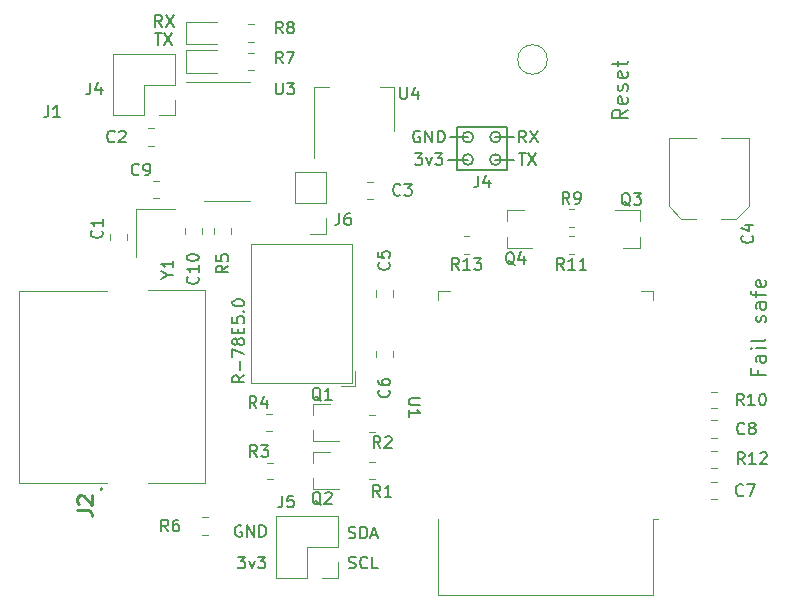
<source format=gto>
G04 #@! TF.GenerationSoftware,KiCad,Pcbnew,(5.1.9-0-10_14)*
G04 #@! TF.CreationDate,2021-11-18T15:02:34+01:00*
G04 #@! TF.ProjectId,ithowifi_4l,6974686f-7769-4666-995f-346c2e6b6963,rev?*
G04 #@! TF.SameCoordinates,Original*
G04 #@! TF.FileFunction,Legend,Top*
G04 #@! TF.FilePolarity,Positive*
%FSLAX46Y46*%
G04 Gerber Fmt 4.6, Leading zero omitted, Abs format (unit mm)*
G04 Created by KiCad (PCBNEW (5.1.9-0-10_14)) date 2021-11-18 15:02:34*
%MOMM*%
%LPD*%
G01*
G04 APERTURE LIST*
%ADD10C,0.150000*%
%ADD11C,0.120000*%
%ADD12C,0.100000*%
%ADD13C,0.200000*%
%ADD14C,0.254000*%
G04 APERTURE END LIST*
D10*
X91744095Y-119380000D02*
X93345000Y-119380000D01*
X91744095Y-117475000D02*
X93345000Y-117475000D01*
X89408000Y-117475000D02*
X87884000Y-117475000D01*
X89408000Y-119380000D02*
X87757000Y-119380000D01*
X92202000Y-117475000D02*
G75*
G03*
X92202000Y-117475000I-457905J0D01*
G01*
X92202000Y-119380000D02*
G75*
G03*
X92202000Y-119380000I-457905J0D01*
G01*
X89865905Y-117475000D02*
G75*
G03*
X89865905Y-117475000I-457905J0D01*
G01*
X89865905Y-119380000D02*
G75*
G03*
X89865905Y-119380000I-457905J0D01*
G01*
X88519000Y-116586000D02*
X88519000Y-116713000D01*
X92710000Y-116586000D02*
X88519000Y-116586000D01*
X92710000Y-120269000D02*
X92710000Y-116586000D01*
X88519000Y-120269000D02*
X92710000Y-120269000D01*
X88519000Y-116713000D02*
X88519000Y-120269000D01*
X90281166Y-120737380D02*
X90281166Y-121451666D01*
X90233547Y-121594523D01*
X90138309Y-121689761D01*
X89995452Y-121737380D01*
X89900214Y-121737380D01*
X91185928Y-121070714D02*
X91185928Y-121737380D01*
X90947833Y-120689761D02*
X90709738Y-121404047D01*
X91328785Y-121404047D01*
X93726095Y-118832380D02*
X94297523Y-118832380D01*
X94011809Y-119832380D02*
X94011809Y-118832380D01*
X94535619Y-118832380D02*
X95202285Y-119832380D01*
X95202285Y-118832380D02*
X94535619Y-119832380D01*
X94321333Y-117927380D02*
X93988000Y-117451190D01*
X93749904Y-117927380D02*
X93749904Y-116927380D01*
X94130857Y-116927380D01*
X94226095Y-116975000D01*
X94273714Y-117022619D01*
X94321333Y-117117857D01*
X94321333Y-117260714D01*
X94273714Y-117355952D01*
X94226095Y-117403571D01*
X94130857Y-117451190D01*
X93749904Y-117451190D01*
X94654666Y-116927380D02*
X95321333Y-117927380D01*
X95321333Y-116927380D02*
X94654666Y-117927380D01*
X84915523Y-118832380D02*
X85534571Y-118832380D01*
X85201238Y-119213333D01*
X85344095Y-119213333D01*
X85439333Y-119260952D01*
X85486952Y-119308571D01*
X85534571Y-119403809D01*
X85534571Y-119641904D01*
X85486952Y-119737142D01*
X85439333Y-119784761D01*
X85344095Y-119832380D01*
X85058380Y-119832380D01*
X84963142Y-119784761D01*
X84915523Y-119737142D01*
X85867904Y-119165714D02*
X86106000Y-119832380D01*
X86344095Y-119165714D01*
X86629809Y-118832380D02*
X87248857Y-118832380D01*
X86915523Y-119213333D01*
X87058380Y-119213333D01*
X87153619Y-119260952D01*
X87201238Y-119308571D01*
X87248857Y-119403809D01*
X87248857Y-119641904D01*
X87201238Y-119737142D01*
X87153619Y-119784761D01*
X87058380Y-119832380D01*
X86772666Y-119832380D01*
X86677428Y-119784761D01*
X86629809Y-119737142D01*
X85344095Y-116975000D02*
X85248857Y-116927380D01*
X85106000Y-116927380D01*
X84963142Y-116975000D01*
X84867904Y-117070238D01*
X84820285Y-117165476D01*
X84772666Y-117355952D01*
X84772666Y-117498809D01*
X84820285Y-117689285D01*
X84867904Y-117784523D01*
X84963142Y-117879761D01*
X85106000Y-117927380D01*
X85201238Y-117927380D01*
X85344095Y-117879761D01*
X85391714Y-117832142D01*
X85391714Y-117498809D01*
X85201238Y-117498809D01*
X85820285Y-117927380D02*
X85820285Y-116927380D01*
X86391714Y-117927380D01*
X86391714Y-116927380D01*
X86867904Y-117927380D02*
X86867904Y-116927380D01*
X87106000Y-116927380D01*
X87248857Y-116975000D01*
X87344095Y-117070238D01*
X87391714Y-117165476D01*
X87439333Y-117355952D01*
X87439333Y-117498809D01*
X87391714Y-117689285D01*
X87344095Y-117784523D01*
X87248857Y-117879761D01*
X87106000Y-117927380D01*
X86867904Y-117927380D01*
X69929523Y-152995380D02*
X70548571Y-152995380D01*
X70215238Y-153376333D01*
X70358095Y-153376333D01*
X70453333Y-153423952D01*
X70500952Y-153471571D01*
X70548571Y-153566809D01*
X70548571Y-153804904D01*
X70500952Y-153900142D01*
X70453333Y-153947761D01*
X70358095Y-153995380D01*
X70072380Y-153995380D01*
X69977142Y-153947761D01*
X69929523Y-153900142D01*
X70881904Y-153328714D02*
X71120000Y-153995380D01*
X71358095Y-153328714D01*
X71643809Y-152995380D02*
X72262857Y-152995380D01*
X71929523Y-153376333D01*
X72072380Y-153376333D01*
X72167619Y-153423952D01*
X72215238Y-153471571D01*
X72262857Y-153566809D01*
X72262857Y-153804904D01*
X72215238Y-153900142D01*
X72167619Y-153947761D01*
X72072380Y-153995380D01*
X71786666Y-153995380D01*
X71691428Y-153947761D01*
X71643809Y-153900142D01*
X70231095Y-150376000D02*
X70135857Y-150328380D01*
X69993000Y-150328380D01*
X69850142Y-150376000D01*
X69754904Y-150471238D01*
X69707285Y-150566476D01*
X69659666Y-150756952D01*
X69659666Y-150899809D01*
X69707285Y-151090285D01*
X69754904Y-151185523D01*
X69850142Y-151280761D01*
X69993000Y-151328380D01*
X70088238Y-151328380D01*
X70231095Y-151280761D01*
X70278714Y-151233142D01*
X70278714Y-150899809D01*
X70088238Y-150899809D01*
X70707285Y-151328380D02*
X70707285Y-150328380D01*
X71278714Y-151328380D01*
X71278714Y-150328380D01*
X71754904Y-151328380D02*
X71754904Y-150328380D01*
X71993000Y-150328380D01*
X72135857Y-150376000D01*
X72231095Y-150471238D01*
X72278714Y-150566476D01*
X72326333Y-150756952D01*
X72326333Y-150899809D01*
X72278714Y-151090285D01*
X72231095Y-151185523D01*
X72135857Y-151280761D01*
X71993000Y-151328380D01*
X71754904Y-151328380D01*
X79303714Y-151407761D02*
X79446571Y-151455380D01*
X79684666Y-151455380D01*
X79779904Y-151407761D01*
X79827523Y-151360142D01*
X79875142Y-151264904D01*
X79875142Y-151169666D01*
X79827523Y-151074428D01*
X79779904Y-151026809D01*
X79684666Y-150979190D01*
X79494190Y-150931571D01*
X79398952Y-150883952D01*
X79351333Y-150836333D01*
X79303714Y-150741095D01*
X79303714Y-150645857D01*
X79351333Y-150550619D01*
X79398952Y-150503000D01*
X79494190Y-150455380D01*
X79732285Y-150455380D01*
X79875142Y-150503000D01*
X80303714Y-151455380D02*
X80303714Y-150455380D01*
X80541809Y-150455380D01*
X80684666Y-150503000D01*
X80779904Y-150598238D01*
X80827523Y-150693476D01*
X80875142Y-150883952D01*
X80875142Y-151026809D01*
X80827523Y-151217285D01*
X80779904Y-151312523D01*
X80684666Y-151407761D01*
X80541809Y-151455380D01*
X80303714Y-151455380D01*
X81256095Y-151169666D02*
X81732285Y-151169666D01*
X81160857Y-151455380D02*
X81494190Y-150455380D01*
X81827523Y-151455380D01*
X79327523Y-153947761D02*
X79470380Y-153995380D01*
X79708476Y-153995380D01*
X79803714Y-153947761D01*
X79851333Y-153900142D01*
X79898952Y-153804904D01*
X79898952Y-153709666D01*
X79851333Y-153614428D01*
X79803714Y-153566809D01*
X79708476Y-153519190D01*
X79518000Y-153471571D01*
X79422761Y-153423952D01*
X79375142Y-153376333D01*
X79327523Y-153281095D01*
X79327523Y-153185857D01*
X79375142Y-153090619D01*
X79422761Y-153043000D01*
X79518000Y-152995380D01*
X79756095Y-152995380D01*
X79898952Y-153043000D01*
X80898952Y-153900142D02*
X80851333Y-153947761D01*
X80708476Y-153995380D01*
X80613238Y-153995380D01*
X80470380Y-153947761D01*
X80375142Y-153852523D01*
X80327523Y-153757285D01*
X80279904Y-153566809D01*
X80279904Y-153423952D01*
X80327523Y-153233476D01*
X80375142Y-153138238D01*
X80470380Y-153043000D01*
X80613238Y-152995380D01*
X80708476Y-152995380D01*
X80851333Y-153043000D01*
X80898952Y-153090619D01*
X81803714Y-153995380D02*
X81327523Y-153995380D01*
X81327523Y-152995380D01*
D11*
X77403000Y-125663000D02*
X76073000Y-125663000D01*
X77403000Y-124333000D02*
X77403000Y-125663000D01*
X77403000Y-123063000D02*
X74743000Y-123063000D01*
X74743000Y-123063000D02*
X74743000Y-120463000D01*
X77403000Y-123063000D02*
X77403000Y-120463000D01*
X77403000Y-120463000D02*
X74743000Y-120463000D01*
X61342000Y-123603000D02*
X61342000Y-127603000D01*
X64642000Y-123603000D02*
X61342000Y-123603000D01*
X69013400Y-122919600D02*
X70963400Y-122919600D01*
X69013400Y-122919600D02*
X67063400Y-122919600D01*
X69013400Y-112799600D02*
X70963400Y-112799600D01*
X69013400Y-112799600D02*
X65563400Y-112799600D01*
X96132700Y-110909100D02*
G75*
G03*
X96132700Y-110909100I-1251000J0D01*
G01*
X66902000Y-125148748D02*
X66902000Y-125671252D01*
X65432000Y-125148748D02*
X65432000Y-125671252D01*
X63253252Y-122655000D02*
X62730748Y-122655000D01*
X63253252Y-121185000D02*
X62730748Y-121185000D01*
X109989948Y-141454200D02*
X110512452Y-141454200D01*
X109989948Y-142924200D02*
X110512452Y-142924200D01*
X64576000Y-115630000D02*
X63246000Y-115630000D01*
X64576000Y-114300000D02*
X64576000Y-115630000D01*
X61976000Y-115630000D02*
X59376000Y-115630000D01*
X61976000Y-113030000D02*
X61976000Y-115630000D01*
X64576000Y-113030000D02*
X61976000Y-113030000D01*
X59376000Y-115630000D02*
X59376000Y-110430000D01*
X64576000Y-113030000D02*
X64576000Y-110430000D01*
X64576000Y-110430000D02*
X59376000Y-110430000D01*
X81399052Y-121248500D02*
X80876548Y-121248500D01*
X81399052Y-122718500D02*
X80876548Y-122718500D01*
X97950436Y-123598000D02*
X98404564Y-123598000D01*
X97950436Y-125068000D02*
X98404564Y-125068000D01*
X71276564Y-109401000D02*
X70822436Y-109401000D01*
X71276564Y-107931000D02*
X70822436Y-107931000D01*
X71276564Y-111827000D02*
X70822436Y-111827000D01*
X71276564Y-110357000D02*
X70822436Y-110357000D01*
X67369564Y-151137000D02*
X66915436Y-151137000D01*
X67369564Y-149667000D02*
X66915436Y-149667000D01*
X62811252Y-118210000D02*
X62288748Y-118210000D01*
X62811252Y-116740000D02*
X62288748Y-116740000D01*
X59082000Y-126179252D02*
X59082000Y-125656748D01*
X60552000Y-126179252D02*
X60552000Y-125656748D01*
X83187300Y-113207500D02*
X81927300Y-113207500D01*
X76367300Y-113207500D02*
X77627300Y-113207500D01*
X83187300Y-116967500D02*
X83187300Y-113207500D01*
X76367300Y-119217500D02*
X76367300Y-113207500D01*
X71020000Y-138279000D02*
X71020000Y-126558000D01*
X79640000Y-138279000D02*
X79640000Y-126558000D01*
X71020000Y-138279000D02*
X79640000Y-138279000D01*
X71020000Y-126558000D02*
X79640000Y-126558000D01*
X78640000Y-138519000D02*
X79880000Y-138519000D01*
X79880000Y-138519000D02*
X79880000Y-137279000D01*
X89514564Y-127354000D02*
X89060436Y-127354000D01*
X89514564Y-125884000D02*
X89060436Y-125884000D01*
X110015436Y-144019600D02*
X110469564Y-144019600D01*
X110015436Y-145489600D02*
X110469564Y-145489600D01*
X98404564Y-127354000D02*
X97950436Y-127354000D01*
X98404564Y-125884000D02*
X97950436Y-125884000D01*
X92695000Y-123676000D02*
X92695000Y-124606000D01*
X92695000Y-126836000D02*
X92695000Y-125906000D01*
X92695000Y-126836000D02*
X94855000Y-126836000D01*
X92695000Y-123676000D02*
X94155000Y-123676000D01*
X104010000Y-126836000D02*
X104010000Y-125906000D01*
X104010000Y-123676000D02*
X104010000Y-124606000D01*
X104010000Y-123676000D02*
X101850000Y-123676000D01*
X104010000Y-126836000D02*
X102550000Y-126836000D01*
D12*
X62332500Y-130456500D02*
X67182500Y-130456500D01*
X67182500Y-130456500D02*
X67182500Y-146736500D01*
X67182500Y-146736500D02*
X62332500Y-146736500D01*
X58832500Y-130476500D02*
X51432500Y-130476500D01*
X51432500Y-130476500D02*
X51432500Y-146736500D01*
X51432500Y-146736500D02*
X58832500Y-146736500D01*
D13*
X58372500Y-147176500D02*
X58372500Y-147176500D01*
X58372500Y-147376500D02*
X58372500Y-147376500D01*
X58372500Y-147376500D02*
G75*
G02*
X58372500Y-147176500I0J100000D01*
G01*
X58372500Y-147176500D02*
G75*
G02*
X58372500Y-147376500I0J-100000D01*
G01*
D11*
X110493252Y-148147500D02*
X109970748Y-148147500D01*
X110493252Y-146677500D02*
X109970748Y-146677500D01*
X83077500Y-135596748D02*
X83077500Y-136119252D01*
X81607500Y-135596748D02*
X81607500Y-136119252D01*
X113217000Y-117579000D02*
X110867000Y-117579000D01*
X106397000Y-117579000D02*
X108747000Y-117579000D01*
X106397000Y-123334563D02*
X106397000Y-117579000D01*
X113217000Y-123334563D02*
X113217000Y-117579000D01*
X112152563Y-124399000D02*
X110867000Y-124399000D01*
X107461437Y-124399000D02*
X108747000Y-124399000D01*
X107461437Y-124399000D02*
X106397000Y-123334563D01*
X112152563Y-124399000D02*
X113217000Y-123334563D01*
X78402000Y-149580000D02*
X73202000Y-149580000D01*
X78402000Y-152180000D02*
X78402000Y-149580000D01*
X73202000Y-154780000D02*
X73202000Y-149580000D01*
X78402000Y-152180000D02*
X75802000Y-152180000D01*
X75802000Y-152180000D02*
X75802000Y-154780000D01*
X75802000Y-154780000D02*
X73202000Y-154780000D01*
X78402000Y-153450000D02*
X78402000Y-154780000D01*
X78402000Y-154780000D02*
X77072000Y-154780000D01*
X105097600Y-131260400D02*
X105097600Y-130480400D01*
X105097600Y-130480400D02*
X104097600Y-130480400D01*
X86857600Y-131260400D02*
X86857600Y-130480400D01*
X86857600Y-130480400D02*
X87857600Y-130480400D01*
X105097600Y-156225400D02*
X86857600Y-156225400D01*
X86857600Y-156225400D02*
X86857600Y-149805400D01*
X105097600Y-156225400D02*
X105097600Y-149805400D01*
X105097600Y-149805400D02*
X105477600Y-149805400D01*
X110477578Y-140444000D02*
X109960422Y-140444000D01*
X110477578Y-139024000D02*
X109960422Y-139024000D01*
X68199500Y-110132000D02*
X65514500Y-110132000D01*
X65514500Y-110132000D02*
X65514500Y-112052000D01*
X65514500Y-112052000D02*
X68199500Y-112052000D01*
X83052500Y-130458422D02*
X83052500Y-130975578D01*
X81632500Y-130458422D02*
X81632500Y-130975578D01*
X68199500Y-107706000D02*
X65514500Y-107706000D01*
X65514500Y-107706000D02*
X65514500Y-109626000D01*
X65514500Y-109626000D02*
X68199500Y-109626000D01*
X69366200Y-125138922D02*
X69366200Y-125656078D01*
X67946200Y-125138922D02*
X67946200Y-125656078D01*
X72837078Y-142336500D02*
X72319922Y-142336500D01*
X72837078Y-140916500D02*
X72319922Y-140916500D01*
X72889578Y-146465000D02*
X72372422Y-146465000D01*
X72889578Y-145045000D02*
X72372422Y-145045000D01*
X81052922Y-140992500D02*
X81570078Y-140992500D01*
X81052922Y-142412500D02*
X81570078Y-142412500D01*
X81052922Y-144993000D02*
X81570078Y-144993000D01*
X81052922Y-146413000D02*
X81570078Y-146413000D01*
X76301000Y-140087100D02*
X76301000Y-141017100D01*
X76301000Y-143247100D02*
X76301000Y-142317100D01*
X76301000Y-143247100D02*
X78461000Y-143247100D01*
X76301000Y-140087100D02*
X77761000Y-140087100D01*
X76301000Y-144149600D02*
X76301000Y-145079600D01*
X76301000Y-147309600D02*
X76301000Y-146379600D01*
X76301000Y-147309600D02*
X78461000Y-147309600D01*
X76301000Y-144149600D02*
X77761000Y-144149600D01*
D10*
X102950095Y-115147523D02*
X102331047Y-115580857D01*
X102950095Y-115890380D02*
X101650095Y-115890380D01*
X101650095Y-115395142D01*
X101712000Y-115271333D01*
X101773904Y-115209428D01*
X101897714Y-115147523D01*
X102083428Y-115147523D01*
X102207238Y-115209428D01*
X102269142Y-115271333D01*
X102331047Y-115395142D01*
X102331047Y-115890380D01*
X102888190Y-114095142D02*
X102950095Y-114218952D01*
X102950095Y-114466571D01*
X102888190Y-114590380D01*
X102764380Y-114652285D01*
X102269142Y-114652285D01*
X102145333Y-114590380D01*
X102083428Y-114466571D01*
X102083428Y-114218952D01*
X102145333Y-114095142D01*
X102269142Y-114033238D01*
X102392952Y-114033238D01*
X102516761Y-114652285D01*
X102888190Y-113538000D02*
X102950095Y-113414190D01*
X102950095Y-113166571D01*
X102888190Y-113042761D01*
X102764380Y-112980857D01*
X102702476Y-112980857D01*
X102578666Y-113042761D01*
X102516761Y-113166571D01*
X102516761Y-113352285D01*
X102454857Y-113476095D01*
X102331047Y-113538000D01*
X102269142Y-113538000D01*
X102145333Y-113476095D01*
X102083428Y-113352285D01*
X102083428Y-113166571D01*
X102145333Y-113042761D01*
X102888190Y-111928476D02*
X102950095Y-112052285D01*
X102950095Y-112299904D01*
X102888190Y-112423714D01*
X102764380Y-112485619D01*
X102269142Y-112485619D01*
X102145333Y-112423714D01*
X102083428Y-112299904D01*
X102083428Y-112052285D01*
X102145333Y-111928476D01*
X102269142Y-111866571D01*
X102392952Y-111866571D01*
X102516761Y-112485619D01*
X102083428Y-111495142D02*
X102083428Y-110999904D01*
X101650095Y-111309428D02*
X102764380Y-111309428D01*
X102888190Y-111247523D01*
X102950095Y-111123714D01*
X102950095Y-110999904D01*
X78533666Y-123912380D02*
X78533666Y-124626666D01*
X78486047Y-124769523D01*
X78390809Y-124864761D01*
X78247952Y-124912380D01*
X78152714Y-124912380D01*
X79438428Y-123912380D02*
X79247952Y-123912380D01*
X79152714Y-123960000D01*
X79105095Y-124007619D01*
X79009857Y-124150476D01*
X78962238Y-124340952D01*
X78962238Y-124721904D01*
X79009857Y-124817142D01*
X79057476Y-124864761D01*
X79152714Y-124912380D01*
X79343190Y-124912380D01*
X79438428Y-124864761D01*
X79486047Y-124817142D01*
X79533666Y-124721904D01*
X79533666Y-124483809D01*
X79486047Y-124388571D01*
X79438428Y-124340952D01*
X79343190Y-124293333D01*
X79152714Y-124293333D01*
X79057476Y-124340952D01*
X79009857Y-124388571D01*
X78962238Y-124483809D01*
X63984190Y-129127190D02*
X64460380Y-129127190D01*
X63460380Y-129460523D02*
X63984190Y-129127190D01*
X63460380Y-128793857D01*
X64460380Y-127936714D02*
X64460380Y-128508142D01*
X64460380Y-128222428D02*
X63460380Y-128222428D01*
X63603238Y-128317666D01*
X63698476Y-128412904D01*
X63746095Y-128508142D01*
X73152095Y-112863380D02*
X73152095Y-113672904D01*
X73199714Y-113768142D01*
X73247333Y-113815761D01*
X73342571Y-113863380D01*
X73533047Y-113863380D01*
X73628285Y-113815761D01*
X73675904Y-113768142D01*
X73723523Y-113672904D01*
X73723523Y-112863380D01*
X74104476Y-112863380D02*
X74723523Y-112863380D01*
X74390190Y-113244333D01*
X74533047Y-113244333D01*
X74628285Y-113291952D01*
X74675904Y-113339571D01*
X74723523Y-113434809D01*
X74723523Y-113672904D01*
X74675904Y-113768142D01*
X74628285Y-113815761D01*
X74533047Y-113863380D01*
X74247333Y-113863380D01*
X74152095Y-113815761D01*
X74104476Y-113768142D01*
X66524142Y-129293857D02*
X66571761Y-129341476D01*
X66619380Y-129484333D01*
X66619380Y-129579571D01*
X66571761Y-129722428D01*
X66476523Y-129817666D01*
X66381285Y-129865285D01*
X66190809Y-129912904D01*
X66047952Y-129912904D01*
X65857476Y-129865285D01*
X65762238Y-129817666D01*
X65667000Y-129722428D01*
X65619380Y-129579571D01*
X65619380Y-129484333D01*
X65667000Y-129341476D01*
X65714619Y-129293857D01*
X66619380Y-128341476D02*
X66619380Y-128912904D01*
X66619380Y-128627190D02*
X65619380Y-128627190D01*
X65762238Y-128722428D01*
X65857476Y-128817666D01*
X65905095Y-128912904D01*
X65619380Y-127722428D02*
X65619380Y-127627190D01*
X65667000Y-127531952D01*
X65714619Y-127484333D01*
X65809857Y-127436714D01*
X66000333Y-127389095D01*
X66238428Y-127389095D01*
X66428904Y-127436714D01*
X66524142Y-127484333D01*
X66571761Y-127531952D01*
X66619380Y-127627190D01*
X66619380Y-127722428D01*
X66571761Y-127817666D01*
X66524142Y-127865285D01*
X66428904Y-127912904D01*
X66238428Y-127960523D01*
X66000333Y-127960523D01*
X65809857Y-127912904D01*
X65714619Y-127865285D01*
X65667000Y-127817666D01*
X65619380Y-127722428D01*
X61555333Y-120626142D02*
X61507714Y-120673761D01*
X61364857Y-120721380D01*
X61269619Y-120721380D01*
X61126761Y-120673761D01*
X61031523Y-120578523D01*
X60983904Y-120483285D01*
X60936285Y-120292809D01*
X60936285Y-120149952D01*
X60983904Y-119959476D01*
X61031523Y-119864238D01*
X61126761Y-119769000D01*
X61269619Y-119721380D01*
X61364857Y-119721380D01*
X61507714Y-119769000D01*
X61555333Y-119816619D01*
X62031523Y-120721380D02*
X62222000Y-120721380D01*
X62317238Y-120673761D01*
X62364857Y-120626142D01*
X62460095Y-120483285D01*
X62507714Y-120292809D01*
X62507714Y-119911857D01*
X62460095Y-119816619D01*
X62412476Y-119769000D01*
X62317238Y-119721380D01*
X62126761Y-119721380D01*
X62031523Y-119769000D01*
X61983904Y-119816619D01*
X61936285Y-119911857D01*
X61936285Y-120149952D01*
X61983904Y-120245190D01*
X62031523Y-120292809D01*
X62126761Y-120340428D01*
X62317238Y-120340428D01*
X62412476Y-120292809D01*
X62460095Y-120245190D01*
X62507714Y-120149952D01*
X113978542Y-137228476D02*
X113978542Y-137661809D01*
X114659495Y-137661809D02*
X113359495Y-137661809D01*
X113359495Y-137042761D01*
X114659495Y-135990380D02*
X113978542Y-135990380D01*
X113854733Y-136052285D01*
X113792828Y-136176095D01*
X113792828Y-136423714D01*
X113854733Y-136547523D01*
X114597590Y-135990380D02*
X114659495Y-136114190D01*
X114659495Y-136423714D01*
X114597590Y-136547523D01*
X114473780Y-136609428D01*
X114349971Y-136609428D01*
X114226161Y-136547523D01*
X114164257Y-136423714D01*
X114164257Y-136114190D01*
X114102352Y-135990380D01*
X114659495Y-135371333D02*
X113792828Y-135371333D01*
X113359495Y-135371333D02*
X113421400Y-135433238D01*
X113483304Y-135371333D01*
X113421400Y-135309428D01*
X113359495Y-135371333D01*
X113483304Y-135371333D01*
X114659495Y-134566571D02*
X114597590Y-134690380D01*
X114473780Y-134752285D01*
X113359495Y-134752285D01*
X114597590Y-133142761D02*
X114659495Y-133018952D01*
X114659495Y-132771333D01*
X114597590Y-132647523D01*
X114473780Y-132585619D01*
X114411876Y-132585619D01*
X114288066Y-132647523D01*
X114226161Y-132771333D01*
X114226161Y-132957047D01*
X114164257Y-133080857D01*
X114040447Y-133142761D01*
X113978542Y-133142761D01*
X113854733Y-133080857D01*
X113792828Y-132957047D01*
X113792828Y-132771333D01*
X113854733Y-132647523D01*
X114659495Y-131471333D02*
X113978542Y-131471333D01*
X113854733Y-131533238D01*
X113792828Y-131657047D01*
X113792828Y-131904666D01*
X113854733Y-132028476D01*
X114597590Y-131471333D02*
X114659495Y-131595142D01*
X114659495Y-131904666D01*
X114597590Y-132028476D01*
X114473780Y-132090380D01*
X114349971Y-132090380D01*
X114226161Y-132028476D01*
X114164257Y-131904666D01*
X114164257Y-131595142D01*
X114102352Y-131471333D01*
X113792828Y-131038000D02*
X113792828Y-130542761D01*
X114659495Y-130852285D02*
X113545209Y-130852285D01*
X113421400Y-130790380D01*
X113359495Y-130666571D01*
X113359495Y-130542761D01*
X114597590Y-129614190D02*
X114659495Y-129738000D01*
X114659495Y-129985619D01*
X114597590Y-130109428D01*
X114473780Y-130171333D01*
X113978542Y-130171333D01*
X113854733Y-130109428D01*
X113792828Y-129985619D01*
X113792828Y-129738000D01*
X113854733Y-129614190D01*
X113978542Y-129552285D01*
X114102352Y-129552285D01*
X114226161Y-130171333D01*
X53870266Y-114793780D02*
X53870266Y-115508066D01*
X53822647Y-115650923D01*
X53727409Y-115746161D01*
X53584552Y-115793780D01*
X53489314Y-115793780D01*
X54870266Y-115793780D02*
X54298838Y-115793780D01*
X54584552Y-115793780D02*
X54584552Y-114793780D01*
X54489314Y-114936638D01*
X54394076Y-115031876D01*
X54298838Y-115079495D01*
X112815033Y-142546342D02*
X112767414Y-142593961D01*
X112624557Y-142641580D01*
X112529319Y-142641580D01*
X112386461Y-142593961D01*
X112291223Y-142498723D01*
X112243604Y-142403485D01*
X112195985Y-142213009D01*
X112195985Y-142070152D01*
X112243604Y-141879676D01*
X112291223Y-141784438D01*
X112386461Y-141689200D01*
X112529319Y-141641580D01*
X112624557Y-141641580D01*
X112767414Y-141689200D01*
X112815033Y-141736819D01*
X113386461Y-142070152D02*
X113291223Y-142022533D01*
X113243604Y-141974914D01*
X113195985Y-141879676D01*
X113195985Y-141832057D01*
X113243604Y-141736819D01*
X113291223Y-141689200D01*
X113386461Y-141641580D01*
X113576938Y-141641580D01*
X113672176Y-141689200D01*
X113719795Y-141736819D01*
X113767414Y-141832057D01*
X113767414Y-141879676D01*
X113719795Y-141974914D01*
X113672176Y-142022533D01*
X113576938Y-142070152D01*
X113386461Y-142070152D01*
X113291223Y-142117771D01*
X113243604Y-142165390D01*
X113195985Y-142260628D01*
X113195985Y-142451104D01*
X113243604Y-142546342D01*
X113291223Y-142593961D01*
X113386461Y-142641580D01*
X113576938Y-142641580D01*
X113672176Y-142593961D01*
X113719795Y-142546342D01*
X113767414Y-142451104D01*
X113767414Y-142260628D01*
X113719795Y-142165390D01*
X113672176Y-142117771D01*
X113576938Y-142070152D01*
X57451666Y-112863380D02*
X57451666Y-113577666D01*
X57404047Y-113720523D01*
X57308809Y-113815761D01*
X57165952Y-113863380D01*
X57070714Y-113863380D01*
X58356428Y-113196714D02*
X58356428Y-113863380D01*
X58118333Y-112815761D02*
X57880238Y-113530047D01*
X58499285Y-113530047D01*
X83704133Y-122340642D02*
X83656514Y-122388261D01*
X83513657Y-122435880D01*
X83418419Y-122435880D01*
X83275561Y-122388261D01*
X83180323Y-122293023D01*
X83132704Y-122197785D01*
X83085085Y-122007309D01*
X83085085Y-121864452D01*
X83132704Y-121673976D01*
X83180323Y-121578738D01*
X83275561Y-121483500D01*
X83418419Y-121435880D01*
X83513657Y-121435880D01*
X83656514Y-121483500D01*
X83704133Y-121531119D01*
X84037466Y-121435880D02*
X84656514Y-121435880D01*
X84323180Y-121816833D01*
X84466038Y-121816833D01*
X84561276Y-121864452D01*
X84608895Y-121912071D01*
X84656514Y-122007309D01*
X84656514Y-122245404D01*
X84608895Y-122340642D01*
X84561276Y-122388261D01*
X84466038Y-122435880D01*
X84180323Y-122435880D01*
X84085085Y-122388261D01*
X84037466Y-122340642D01*
X98010833Y-123135380D02*
X97677500Y-122659190D01*
X97439404Y-123135380D02*
X97439404Y-122135380D01*
X97820357Y-122135380D01*
X97915595Y-122183000D01*
X97963214Y-122230619D01*
X98010833Y-122325857D01*
X98010833Y-122468714D01*
X97963214Y-122563952D01*
X97915595Y-122611571D01*
X97820357Y-122659190D01*
X97439404Y-122659190D01*
X98487023Y-123135380D02*
X98677500Y-123135380D01*
X98772738Y-123087761D01*
X98820357Y-123040142D01*
X98915595Y-122897285D01*
X98963214Y-122706809D01*
X98963214Y-122325857D01*
X98915595Y-122230619D01*
X98867976Y-122183000D01*
X98772738Y-122135380D01*
X98582261Y-122135380D01*
X98487023Y-122183000D01*
X98439404Y-122230619D01*
X98391785Y-122325857D01*
X98391785Y-122563952D01*
X98439404Y-122659190D01*
X98487023Y-122706809D01*
X98582261Y-122754428D01*
X98772738Y-122754428D01*
X98867976Y-122706809D01*
X98915595Y-122659190D01*
X98963214Y-122563952D01*
X73730333Y-108690380D02*
X73397000Y-108214190D01*
X73158904Y-108690380D02*
X73158904Y-107690380D01*
X73539857Y-107690380D01*
X73635095Y-107738000D01*
X73682714Y-107785619D01*
X73730333Y-107880857D01*
X73730333Y-108023714D01*
X73682714Y-108118952D01*
X73635095Y-108166571D01*
X73539857Y-108214190D01*
X73158904Y-108214190D01*
X74301761Y-108118952D02*
X74206523Y-108071333D01*
X74158904Y-108023714D01*
X74111285Y-107928476D01*
X74111285Y-107880857D01*
X74158904Y-107785619D01*
X74206523Y-107738000D01*
X74301761Y-107690380D01*
X74492238Y-107690380D01*
X74587476Y-107738000D01*
X74635095Y-107785619D01*
X74682714Y-107880857D01*
X74682714Y-107928476D01*
X74635095Y-108023714D01*
X74587476Y-108071333D01*
X74492238Y-108118952D01*
X74301761Y-108118952D01*
X74206523Y-108166571D01*
X74158904Y-108214190D01*
X74111285Y-108309428D01*
X74111285Y-108499904D01*
X74158904Y-108595142D01*
X74206523Y-108642761D01*
X74301761Y-108690380D01*
X74492238Y-108690380D01*
X74587476Y-108642761D01*
X74635095Y-108595142D01*
X74682714Y-108499904D01*
X74682714Y-108309428D01*
X74635095Y-108214190D01*
X74587476Y-108166571D01*
X74492238Y-108118952D01*
X73730333Y-111230380D02*
X73397000Y-110754190D01*
X73158904Y-111230380D02*
X73158904Y-110230380D01*
X73539857Y-110230380D01*
X73635095Y-110278000D01*
X73682714Y-110325619D01*
X73730333Y-110420857D01*
X73730333Y-110563714D01*
X73682714Y-110658952D01*
X73635095Y-110706571D01*
X73539857Y-110754190D01*
X73158904Y-110754190D01*
X74063666Y-110230380D02*
X74730333Y-110230380D01*
X74301761Y-111230380D01*
X64031333Y-150854380D02*
X63698000Y-150378190D01*
X63459904Y-150854380D02*
X63459904Y-149854380D01*
X63840857Y-149854380D01*
X63936095Y-149902000D01*
X63983714Y-149949619D01*
X64031333Y-150044857D01*
X64031333Y-150187714D01*
X63983714Y-150282952D01*
X63936095Y-150330571D01*
X63840857Y-150378190D01*
X63459904Y-150378190D01*
X64888476Y-149854380D02*
X64698000Y-149854380D01*
X64602761Y-149902000D01*
X64555142Y-149949619D01*
X64459904Y-150092476D01*
X64412285Y-150282952D01*
X64412285Y-150663904D01*
X64459904Y-150759142D01*
X64507523Y-150806761D01*
X64602761Y-150854380D01*
X64793238Y-150854380D01*
X64888476Y-150806761D01*
X64936095Y-150759142D01*
X64983714Y-150663904D01*
X64983714Y-150425809D01*
X64936095Y-150330571D01*
X64888476Y-150282952D01*
X64793238Y-150235333D01*
X64602761Y-150235333D01*
X64507523Y-150282952D01*
X64459904Y-150330571D01*
X64412285Y-150425809D01*
X59495333Y-117832142D02*
X59447714Y-117879761D01*
X59304857Y-117927380D01*
X59209619Y-117927380D01*
X59066761Y-117879761D01*
X58971523Y-117784523D01*
X58923904Y-117689285D01*
X58876285Y-117498809D01*
X58876285Y-117355952D01*
X58923904Y-117165476D01*
X58971523Y-117070238D01*
X59066761Y-116975000D01*
X59209619Y-116927380D01*
X59304857Y-116927380D01*
X59447714Y-116975000D01*
X59495333Y-117022619D01*
X59876285Y-117022619D02*
X59923904Y-116975000D01*
X60019142Y-116927380D01*
X60257238Y-116927380D01*
X60352476Y-116975000D01*
X60400095Y-117022619D01*
X60447714Y-117117857D01*
X60447714Y-117213095D01*
X60400095Y-117355952D01*
X59828666Y-117927380D01*
X60447714Y-117927380D01*
X58396142Y-125388666D02*
X58443761Y-125436285D01*
X58491380Y-125579142D01*
X58491380Y-125674380D01*
X58443761Y-125817238D01*
X58348523Y-125912476D01*
X58253285Y-125960095D01*
X58062809Y-126007714D01*
X57919952Y-126007714D01*
X57729476Y-125960095D01*
X57634238Y-125912476D01*
X57539000Y-125817238D01*
X57491380Y-125674380D01*
X57491380Y-125579142D01*
X57539000Y-125436285D01*
X57586619Y-125388666D01*
X58491380Y-124436285D02*
X58491380Y-125007714D01*
X58491380Y-124722000D02*
X57491380Y-124722000D01*
X57634238Y-124817238D01*
X57729476Y-124912476D01*
X57777095Y-125007714D01*
X83680395Y-113244380D02*
X83680395Y-114053904D01*
X83728014Y-114149142D01*
X83775633Y-114196761D01*
X83870871Y-114244380D01*
X84061347Y-114244380D01*
X84156585Y-114196761D01*
X84204204Y-114149142D01*
X84251823Y-114053904D01*
X84251823Y-113244380D01*
X85156585Y-113577714D02*
X85156585Y-114244380D01*
X84918490Y-113196761D02*
X84680395Y-113911047D01*
X85299442Y-113911047D01*
X70472380Y-137651761D02*
X69996190Y-137985095D01*
X70472380Y-138223190D02*
X69472380Y-138223190D01*
X69472380Y-137842238D01*
X69520000Y-137747000D01*
X69567619Y-137699380D01*
X69662857Y-137651761D01*
X69805714Y-137651761D01*
X69900952Y-137699380D01*
X69948571Y-137747000D01*
X69996190Y-137842238D01*
X69996190Y-138223190D01*
X70091428Y-137223190D02*
X70091428Y-136461285D01*
X69472380Y-136080333D02*
X69472380Y-135413666D01*
X70472380Y-135842238D01*
X69900952Y-134889857D02*
X69853333Y-134985095D01*
X69805714Y-135032714D01*
X69710476Y-135080333D01*
X69662857Y-135080333D01*
X69567619Y-135032714D01*
X69520000Y-134985095D01*
X69472380Y-134889857D01*
X69472380Y-134699380D01*
X69520000Y-134604142D01*
X69567619Y-134556523D01*
X69662857Y-134508904D01*
X69710476Y-134508904D01*
X69805714Y-134556523D01*
X69853333Y-134604142D01*
X69900952Y-134699380D01*
X69900952Y-134889857D01*
X69948571Y-134985095D01*
X69996190Y-135032714D01*
X70091428Y-135080333D01*
X70281904Y-135080333D01*
X70377142Y-135032714D01*
X70424761Y-134985095D01*
X70472380Y-134889857D01*
X70472380Y-134699380D01*
X70424761Y-134604142D01*
X70377142Y-134556523D01*
X70281904Y-134508904D01*
X70091428Y-134508904D01*
X69996190Y-134556523D01*
X69948571Y-134604142D01*
X69900952Y-134699380D01*
X69948571Y-134080333D02*
X69948571Y-133747000D01*
X70472380Y-133604142D02*
X70472380Y-134080333D01*
X69472380Y-134080333D01*
X69472380Y-133604142D01*
X69472380Y-132699380D02*
X69472380Y-133175571D01*
X69948571Y-133223190D01*
X69900952Y-133175571D01*
X69853333Y-133080333D01*
X69853333Y-132842238D01*
X69900952Y-132747000D01*
X69948571Y-132699380D01*
X70043809Y-132651761D01*
X70281904Y-132651761D01*
X70377142Y-132699380D01*
X70424761Y-132747000D01*
X70472380Y-132842238D01*
X70472380Y-133080333D01*
X70424761Y-133175571D01*
X70377142Y-133223190D01*
X70377142Y-132223190D02*
X70424761Y-132175571D01*
X70472380Y-132223190D01*
X70424761Y-132270809D01*
X70377142Y-132223190D01*
X70472380Y-132223190D01*
X69472380Y-131556523D02*
X69472380Y-131461285D01*
X69520000Y-131366047D01*
X69567619Y-131318428D01*
X69662857Y-131270809D01*
X69853333Y-131223190D01*
X70091428Y-131223190D01*
X70281904Y-131270809D01*
X70377142Y-131318428D01*
X70424761Y-131366047D01*
X70472380Y-131461285D01*
X70472380Y-131556523D01*
X70424761Y-131651761D01*
X70377142Y-131699380D01*
X70281904Y-131747000D01*
X70091428Y-131794619D01*
X69853333Y-131794619D01*
X69662857Y-131747000D01*
X69567619Y-131699380D01*
X69520000Y-131651761D01*
X69472380Y-131556523D01*
X88644642Y-128721380D02*
X88311309Y-128245190D01*
X88073214Y-128721380D02*
X88073214Y-127721380D01*
X88454166Y-127721380D01*
X88549404Y-127769000D01*
X88597023Y-127816619D01*
X88644642Y-127911857D01*
X88644642Y-128054714D01*
X88597023Y-128149952D01*
X88549404Y-128197571D01*
X88454166Y-128245190D01*
X88073214Y-128245190D01*
X89597023Y-128721380D02*
X89025595Y-128721380D01*
X89311309Y-128721380D02*
X89311309Y-127721380D01*
X89216071Y-127864238D01*
X89120833Y-127959476D01*
X89025595Y-128007095D01*
X89930357Y-127721380D02*
X90549404Y-127721380D01*
X90216071Y-128102333D01*
X90358928Y-128102333D01*
X90454166Y-128149952D01*
X90501785Y-128197571D01*
X90549404Y-128292809D01*
X90549404Y-128530904D01*
X90501785Y-128626142D01*
X90454166Y-128673761D01*
X90358928Y-128721380D01*
X90073214Y-128721380D01*
X89977976Y-128673761D01*
X89930357Y-128626142D01*
X112831642Y-145168880D02*
X112498309Y-144692690D01*
X112260214Y-145168880D02*
X112260214Y-144168880D01*
X112641166Y-144168880D01*
X112736404Y-144216500D01*
X112784023Y-144264119D01*
X112831642Y-144359357D01*
X112831642Y-144502214D01*
X112784023Y-144597452D01*
X112736404Y-144645071D01*
X112641166Y-144692690D01*
X112260214Y-144692690D01*
X113784023Y-145168880D02*
X113212595Y-145168880D01*
X113498309Y-145168880D02*
X113498309Y-144168880D01*
X113403071Y-144311738D01*
X113307833Y-144406976D01*
X113212595Y-144454595D01*
X114164976Y-144264119D02*
X114212595Y-144216500D01*
X114307833Y-144168880D01*
X114545928Y-144168880D01*
X114641166Y-144216500D01*
X114688785Y-144264119D01*
X114736404Y-144359357D01*
X114736404Y-144454595D01*
X114688785Y-144597452D01*
X114117357Y-145168880D01*
X114736404Y-145168880D01*
X97534642Y-128721380D02*
X97201309Y-128245190D01*
X96963214Y-128721380D02*
X96963214Y-127721380D01*
X97344166Y-127721380D01*
X97439404Y-127769000D01*
X97487023Y-127816619D01*
X97534642Y-127911857D01*
X97534642Y-128054714D01*
X97487023Y-128149952D01*
X97439404Y-128197571D01*
X97344166Y-128245190D01*
X96963214Y-128245190D01*
X98487023Y-128721380D02*
X97915595Y-128721380D01*
X98201309Y-128721380D02*
X98201309Y-127721380D01*
X98106071Y-127864238D01*
X98010833Y-127959476D01*
X97915595Y-128007095D01*
X99439404Y-128721380D02*
X98867976Y-128721380D01*
X99153690Y-128721380D02*
X99153690Y-127721380D01*
X99058452Y-127864238D01*
X98963214Y-127959476D01*
X98867976Y-128007095D01*
X93359761Y-128303619D02*
X93264523Y-128256000D01*
X93169285Y-128160761D01*
X93026428Y-128017904D01*
X92931190Y-127970285D01*
X92835952Y-127970285D01*
X92883571Y-128208380D02*
X92788333Y-128160761D01*
X92693095Y-128065523D01*
X92645476Y-127875047D01*
X92645476Y-127541714D01*
X92693095Y-127351238D01*
X92788333Y-127256000D01*
X92883571Y-127208380D01*
X93074047Y-127208380D01*
X93169285Y-127256000D01*
X93264523Y-127351238D01*
X93312142Y-127541714D01*
X93312142Y-127875047D01*
X93264523Y-128065523D01*
X93169285Y-128160761D01*
X93074047Y-128208380D01*
X92883571Y-128208380D01*
X94169285Y-127541714D02*
X94169285Y-128208380D01*
X93931190Y-127160761D02*
X93693095Y-127875047D01*
X94312142Y-127875047D01*
X103154761Y-123303619D02*
X103059523Y-123256000D01*
X102964285Y-123160761D01*
X102821428Y-123017904D01*
X102726190Y-122970285D01*
X102630952Y-122970285D01*
X102678571Y-123208380D02*
X102583333Y-123160761D01*
X102488095Y-123065523D01*
X102440476Y-122875047D01*
X102440476Y-122541714D01*
X102488095Y-122351238D01*
X102583333Y-122256000D01*
X102678571Y-122208380D01*
X102869047Y-122208380D01*
X102964285Y-122256000D01*
X103059523Y-122351238D01*
X103107142Y-122541714D01*
X103107142Y-122875047D01*
X103059523Y-123065523D01*
X102964285Y-123160761D01*
X102869047Y-123208380D01*
X102678571Y-123208380D01*
X103440476Y-122208380D02*
X104059523Y-122208380D01*
X103726190Y-122589333D01*
X103869047Y-122589333D01*
X103964285Y-122636952D01*
X104011904Y-122684571D01*
X104059523Y-122779809D01*
X104059523Y-123017904D01*
X104011904Y-123113142D01*
X103964285Y-123160761D01*
X103869047Y-123208380D01*
X103583333Y-123208380D01*
X103488095Y-123160761D01*
X103440476Y-123113142D01*
D14*
X56327523Y-149076833D02*
X57234666Y-149076833D01*
X57416095Y-149137309D01*
X57537047Y-149258261D01*
X57597523Y-149439690D01*
X57597523Y-149560642D01*
X56448476Y-148532547D02*
X56388000Y-148472071D01*
X56327523Y-148351119D01*
X56327523Y-148048738D01*
X56388000Y-147927785D01*
X56448476Y-147867309D01*
X56569428Y-147806833D01*
X56690380Y-147806833D01*
X56871809Y-147867309D01*
X57597523Y-148593023D01*
X57597523Y-147806833D01*
D10*
X112719333Y-147774642D02*
X112671714Y-147822261D01*
X112528857Y-147869880D01*
X112433619Y-147869880D01*
X112290761Y-147822261D01*
X112195523Y-147727023D01*
X112147904Y-147631785D01*
X112100285Y-147441309D01*
X112100285Y-147298452D01*
X112147904Y-147107976D01*
X112195523Y-147012738D01*
X112290761Y-146917500D01*
X112433619Y-146869880D01*
X112528857Y-146869880D01*
X112671714Y-146917500D01*
X112719333Y-146965119D01*
X113052666Y-146869880D02*
X113719333Y-146869880D01*
X113290761Y-147869880D01*
X82699642Y-138884666D02*
X82747261Y-138932285D01*
X82794880Y-139075142D01*
X82794880Y-139170380D01*
X82747261Y-139313238D01*
X82652023Y-139408476D01*
X82556785Y-139456095D01*
X82366309Y-139503714D01*
X82223452Y-139503714D01*
X82032976Y-139456095D01*
X81937738Y-139408476D01*
X81842500Y-139313238D01*
X81794880Y-139170380D01*
X81794880Y-139075142D01*
X81842500Y-138932285D01*
X81890119Y-138884666D01*
X81794880Y-138027523D02*
X81794880Y-138218000D01*
X81842500Y-138313238D01*
X81890119Y-138360857D01*
X82032976Y-138456095D01*
X82223452Y-138503714D01*
X82604404Y-138503714D01*
X82699642Y-138456095D01*
X82747261Y-138408476D01*
X82794880Y-138313238D01*
X82794880Y-138122761D01*
X82747261Y-138027523D01*
X82699642Y-137979904D01*
X82604404Y-137932285D01*
X82366309Y-137932285D01*
X82271071Y-137979904D01*
X82223452Y-138027523D01*
X82175833Y-138122761D01*
X82175833Y-138313238D01*
X82223452Y-138408476D01*
X82271071Y-138456095D01*
X82366309Y-138503714D01*
X113480142Y-125816166D02*
X113527761Y-125863785D01*
X113575380Y-126006642D01*
X113575380Y-126101880D01*
X113527761Y-126244738D01*
X113432523Y-126339976D01*
X113337285Y-126387595D01*
X113146809Y-126435214D01*
X113003952Y-126435214D01*
X112813476Y-126387595D01*
X112718238Y-126339976D01*
X112623000Y-126244738D01*
X112575380Y-126101880D01*
X112575380Y-126006642D01*
X112623000Y-125863785D01*
X112670619Y-125816166D01*
X112908714Y-124959023D02*
X113575380Y-124959023D01*
X112527761Y-125197119D02*
X113242047Y-125435214D01*
X113242047Y-124816166D01*
X73690666Y-147822380D02*
X73690666Y-148536666D01*
X73643047Y-148679523D01*
X73547809Y-148774761D01*
X73404952Y-148822380D01*
X73309714Y-148822380D01*
X74643047Y-147822380D02*
X74166857Y-147822380D01*
X74119238Y-148298571D01*
X74166857Y-148250952D01*
X74262095Y-148203333D01*
X74500190Y-148203333D01*
X74595428Y-148250952D01*
X74643047Y-148298571D01*
X74690666Y-148393809D01*
X74690666Y-148631904D01*
X74643047Y-148727142D01*
X74595428Y-148774761D01*
X74500190Y-148822380D01*
X74262095Y-148822380D01*
X74166857Y-148774761D01*
X74119238Y-148727142D01*
X85383619Y-139573095D02*
X84574095Y-139573095D01*
X84478857Y-139620714D01*
X84431238Y-139668333D01*
X84383619Y-139763571D01*
X84383619Y-139954047D01*
X84431238Y-140049285D01*
X84478857Y-140096904D01*
X84574095Y-140144523D01*
X85383619Y-140144523D01*
X84383619Y-141144523D02*
X84383619Y-140573095D01*
X84383619Y-140858809D02*
X85383619Y-140858809D01*
X85240761Y-140763571D01*
X85145523Y-140668333D01*
X85097904Y-140573095D01*
X112751142Y-140186380D02*
X112417809Y-139710190D01*
X112179714Y-140186380D02*
X112179714Y-139186380D01*
X112560666Y-139186380D01*
X112655904Y-139234000D01*
X112703523Y-139281619D01*
X112751142Y-139376857D01*
X112751142Y-139519714D01*
X112703523Y-139614952D01*
X112655904Y-139662571D01*
X112560666Y-139710190D01*
X112179714Y-139710190D01*
X113703523Y-140186380D02*
X113132095Y-140186380D01*
X113417809Y-140186380D02*
X113417809Y-139186380D01*
X113322571Y-139329238D01*
X113227333Y-139424476D01*
X113132095Y-139472095D01*
X114322571Y-139186380D02*
X114417809Y-139186380D01*
X114513047Y-139234000D01*
X114560666Y-139281619D01*
X114608285Y-139376857D01*
X114655904Y-139567333D01*
X114655904Y-139805428D01*
X114608285Y-139995904D01*
X114560666Y-140091142D01*
X114513047Y-140138761D01*
X114417809Y-140186380D01*
X114322571Y-140186380D01*
X114227333Y-140138761D01*
X114179714Y-140091142D01*
X114132095Y-139995904D01*
X114084476Y-139805428D01*
X114084476Y-139567333D01*
X114132095Y-139376857D01*
X114179714Y-139281619D01*
X114227333Y-139234000D01*
X114322571Y-139186380D01*
X62911595Y-108642880D02*
X63483023Y-108642880D01*
X63197309Y-109642880D02*
X63197309Y-108642880D01*
X63721119Y-108642880D02*
X64387785Y-109642880D01*
X64387785Y-108642880D02*
X63721119Y-109642880D01*
X82699642Y-128089666D02*
X82747261Y-128137285D01*
X82794880Y-128280142D01*
X82794880Y-128375380D01*
X82747261Y-128518238D01*
X82652023Y-128613476D01*
X82556785Y-128661095D01*
X82366309Y-128708714D01*
X82223452Y-128708714D01*
X82032976Y-128661095D01*
X81937738Y-128613476D01*
X81842500Y-128518238D01*
X81794880Y-128375380D01*
X81794880Y-128280142D01*
X81842500Y-128137285D01*
X81890119Y-128089666D01*
X81794880Y-127184904D02*
X81794880Y-127661095D01*
X82271071Y-127708714D01*
X82223452Y-127661095D01*
X82175833Y-127565857D01*
X82175833Y-127327761D01*
X82223452Y-127232523D01*
X82271071Y-127184904D01*
X82366309Y-127137285D01*
X82604404Y-127137285D01*
X82699642Y-127184904D01*
X82747261Y-127232523D01*
X82794880Y-127327761D01*
X82794880Y-127565857D01*
X82747261Y-127661095D01*
X82699642Y-127708714D01*
X63506833Y-108148380D02*
X63173500Y-107672190D01*
X62935404Y-108148380D02*
X62935404Y-107148380D01*
X63316357Y-107148380D01*
X63411595Y-107196000D01*
X63459214Y-107243619D01*
X63506833Y-107338857D01*
X63506833Y-107481714D01*
X63459214Y-107576952D01*
X63411595Y-107624571D01*
X63316357Y-107672190D01*
X62935404Y-107672190D01*
X63840166Y-107148380D02*
X64506833Y-108148380D01*
X64506833Y-107148380D02*
X63840166Y-108148380D01*
X69108580Y-128358166D02*
X68632390Y-128691500D01*
X69108580Y-128929595D02*
X68108580Y-128929595D01*
X68108580Y-128548642D01*
X68156200Y-128453404D01*
X68203819Y-128405785D01*
X68299057Y-128358166D01*
X68441914Y-128358166D01*
X68537152Y-128405785D01*
X68584771Y-128453404D01*
X68632390Y-128548642D01*
X68632390Y-128929595D01*
X68108580Y-127453404D02*
X68108580Y-127929595D01*
X68584771Y-127977214D01*
X68537152Y-127929595D01*
X68489533Y-127834357D01*
X68489533Y-127596261D01*
X68537152Y-127501023D01*
X68584771Y-127453404D01*
X68680009Y-127405785D01*
X68918104Y-127405785D01*
X69013342Y-127453404D01*
X69060961Y-127501023D01*
X69108580Y-127596261D01*
X69108580Y-127834357D01*
X69060961Y-127929595D01*
X69013342Y-127977214D01*
X71507833Y-140427880D02*
X71174500Y-139951690D01*
X70936404Y-140427880D02*
X70936404Y-139427880D01*
X71317357Y-139427880D01*
X71412595Y-139475500D01*
X71460214Y-139523119D01*
X71507833Y-139618357D01*
X71507833Y-139761214D01*
X71460214Y-139856452D01*
X71412595Y-139904071D01*
X71317357Y-139951690D01*
X70936404Y-139951690D01*
X72364976Y-139761214D02*
X72364976Y-140427880D01*
X72126880Y-139380261D02*
X71888785Y-140094547D01*
X72507833Y-140094547D01*
X71560333Y-144556380D02*
X71227000Y-144080190D01*
X70988904Y-144556380D02*
X70988904Y-143556380D01*
X71369857Y-143556380D01*
X71465095Y-143604000D01*
X71512714Y-143651619D01*
X71560333Y-143746857D01*
X71560333Y-143889714D01*
X71512714Y-143984952D01*
X71465095Y-144032571D01*
X71369857Y-144080190D01*
X70988904Y-144080190D01*
X71893666Y-143556380D02*
X72512714Y-143556380D01*
X72179380Y-143937333D01*
X72322238Y-143937333D01*
X72417476Y-143984952D01*
X72465095Y-144032571D01*
X72512714Y-144127809D01*
X72512714Y-144365904D01*
X72465095Y-144461142D01*
X72417476Y-144508761D01*
X72322238Y-144556380D01*
X72036523Y-144556380D01*
X71941285Y-144508761D01*
X71893666Y-144461142D01*
X82011433Y-143805880D02*
X81678100Y-143329690D01*
X81440004Y-143805880D02*
X81440004Y-142805880D01*
X81820957Y-142805880D01*
X81916195Y-142853500D01*
X81963814Y-142901119D01*
X82011433Y-142996357D01*
X82011433Y-143139214D01*
X81963814Y-143234452D01*
X81916195Y-143282071D01*
X81820957Y-143329690D01*
X81440004Y-143329690D01*
X82392385Y-142901119D02*
X82440004Y-142853500D01*
X82535242Y-142805880D01*
X82773338Y-142805880D01*
X82868576Y-142853500D01*
X82916195Y-142901119D01*
X82963814Y-142996357D01*
X82963814Y-143091595D01*
X82916195Y-143234452D01*
X82344766Y-143805880D01*
X82963814Y-143805880D01*
X81985333Y-147933380D02*
X81652000Y-147457190D01*
X81413904Y-147933380D02*
X81413904Y-146933380D01*
X81794857Y-146933380D01*
X81890095Y-146981000D01*
X81937714Y-147028619D01*
X81985333Y-147123857D01*
X81985333Y-147266714D01*
X81937714Y-147361952D01*
X81890095Y-147409571D01*
X81794857Y-147457190D01*
X81413904Y-147457190D01*
X82937714Y-147933380D02*
X82366285Y-147933380D01*
X82652000Y-147933380D02*
X82652000Y-146933380D01*
X82556761Y-147076238D01*
X82461523Y-147171476D01*
X82366285Y-147219095D01*
X76976761Y-148629619D02*
X76881523Y-148582000D01*
X76786285Y-148486761D01*
X76643428Y-148343904D01*
X76548190Y-148296285D01*
X76452952Y-148296285D01*
X76500571Y-148534380D02*
X76405333Y-148486761D01*
X76310095Y-148391523D01*
X76262476Y-148201047D01*
X76262476Y-147867714D01*
X76310095Y-147677238D01*
X76405333Y-147582000D01*
X76500571Y-147534380D01*
X76691047Y-147534380D01*
X76786285Y-147582000D01*
X76881523Y-147677238D01*
X76929142Y-147867714D01*
X76929142Y-148201047D01*
X76881523Y-148391523D01*
X76786285Y-148486761D01*
X76691047Y-148534380D01*
X76500571Y-148534380D01*
X77310095Y-147629619D02*
X77357714Y-147582000D01*
X77452952Y-147534380D01*
X77691047Y-147534380D01*
X77786285Y-147582000D01*
X77833904Y-147629619D01*
X77881523Y-147724857D01*
X77881523Y-147820095D01*
X77833904Y-147962952D01*
X77262476Y-148534380D01*
X77881523Y-148534380D01*
X76976761Y-139803119D02*
X76881523Y-139755500D01*
X76786285Y-139660261D01*
X76643428Y-139517404D01*
X76548190Y-139469785D01*
X76452952Y-139469785D01*
X76500571Y-139707880D02*
X76405333Y-139660261D01*
X76310095Y-139565023D01*
X76262476Y-139374547D01*
X76262476Y-139041214D01*
X76310095Y-138850738D01*
X76405333Y-138755500D01*
X76500571Y-138707880D01*
X76691047Y-138707880D01*
X76786285Y-138755500D01*
X76881523Y-138850738D01*
X76929142Y-139041214D01*
X76929142Y-139374547D01*
X76881523Y-139565023D01*
X76786285Y-139660261D01*
X76691047Y-139707880D01*
X76500571Y-139707880D01*
X77881523Y-139707880D02*
X77310095Y-139707880D01*
X77595809Y-139707880D02*
X77595809Y-138707880D01*
X77500571Y-138850738D01*
X77405333Y-138945976D01*
X77310095Y-138993595D01*
M02*

</source>
